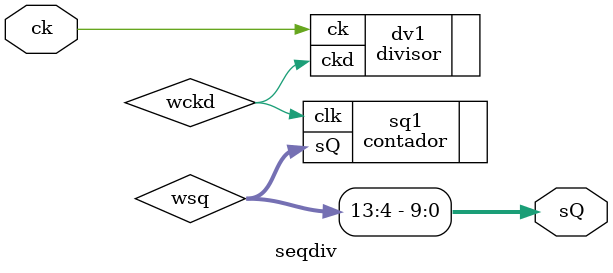
<source format=v>
module seqdiv (ck, sQ);

	input 			ck;
	output [9:0] 	sQ;
	
	wire 			wckd;
	wire [16:0] wsq;
	
	divisor dv1(.ck(ck), .ckd(wckd));
	contador sq1 (.clk(wckd), .sQ(wsq));
	
	assign 	sQ = wsq[13:4];
	
endmodule

</source>
